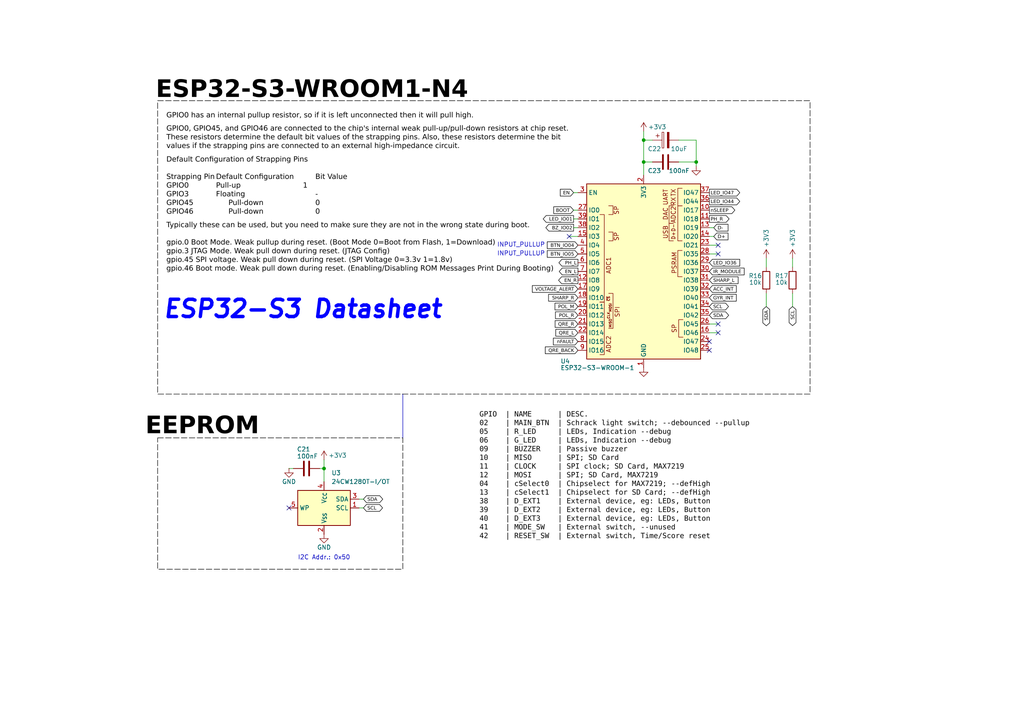
<source format=kicad_sch>
(kicad_sch (version 20250114) (generator "eeschema") (generator_version "9.0")
  (paper "A4")
  (title_block (title "SUMEC_MK_V") (date "2024-08-05") (rev "v.1.0.0") (company "SPS NA PROSEKU") (comment 1 "Made in Prague, Czech Republic") (comment 2 "CONTACT: Savva Popov, savva.popov.sp@gmail.com, +420 605 570 366") (comment 3 "Made by bismarx-v1") (comment 4 "SUMEC MK V aka SMD-V4 board"))
  (lib_symbols
    (symbol "Device:C" (pin_numbers (hide yes)) (pin_names (offset 0.254))
      (property "Reference" "C" (at 0.635 2.54 0))
      (property "Value" "C" (at 0.635 -2.54 0))
      (symbol "C_0_1"
        (polyline (pts (xy -2.032 0.762) (xy 2.032 0.762)) (stroke (width 0.508)))
        (polyline (pts (xy -2.032 -0.762) (xy 2.032 -0.762)) (stroke (width 0.508)))
      )
      (symbol "C_1_1"
        (pin passive line (at 0 3.81 270) (length 2.794) (name "~") (number "1"))
        (pin passive line (at 0 -3.81 90) (length 2.794) (name "~") (number "2"))
      )
    )
    (symbol "Device:C_Polarized" (pin_numbers (hide yes)) (pin_names (offset 0.254))
      (property "Reference" "C" (at 0.635 2.54 0))
      (property "Value" "C_Polarized" (at 0.635 -2.54 0))
      (symbol "C_Polarized_0_1"
        (rectangle (start -2.286 0.508) (end 2.286 1.016))
        (polyline (pts (xy -1.778 2.286) (xy -0.762 2.286)))
        (polyline (pts (xy -1.27 2.794) (xy -1.27 1.778)))
        (rectangle (start 2.286 -0.508) (end -2.286 -1.016) (fill (type outline)))
      )
      (symbol "C_Polarized_1_1"
        (pin passive line (at 0 3.81 270) (length 2.794) (name "~") (number "1"))
        (pin passive line (at 0 -3.81 90) (length 2.794) (name "~") (number "2"))
      )
    )
    (symbol "Device:R" (pin_numbers (hide yes)) (pin_names (offset 0))
      (property "Reference" "R" (at 2.032 0 90))
      (property "Value" "R" (at 0 0 90))
      (symbol "R_0_1"
        (rectangle (start -1.016 -2.54) (end 1.016 2.54) (stroke (width 0.254)))
      )
      (symbol "R_1_1"
        (pin passive line (at 0 3.81 270) (length 1.27) (name "~") (number "1"))
        (pin passive line (at 0 -3.81 90) (length 1.27) (name "~") (number "2"))
      )
    )
    (symbol "GND_1" (power) (pin_numbers (hide yes)) (pin_names (offset 0) (hide yes))
      (property "Value" "GND" (at 0 -3.81 0))
      (symbol "GND_1_0_1"
        (polyline (pts (xy 0 0) (xy 0 -1.27) (xy 1.27 -1.27) (xy 0 -2.54) (xy -1.27 -1.27) (xy 0 -1.27)))
      )
      (symbol "GND_1_1_1"
        (pin power_in line (at 0 0 270) (length 0) (name "~") (number "1"))
      )
    )
    (symbol "Memory_EEPROM:24AA02-OT"
      (property "Reference" "U" (at -7.62 6.35 0))
      (property "Value" "24AA02-OT" (at 2.54 -6.35 0))
      (symbol "24AA02-OT_1_1"
        (rectangle (start -7.62 5.08) (end 7.62 -5.08) (stroke (width 0.254)) (fill (type background)))
        (pin input line (at -10.16 0 0) (length 2.54) (name "WP") (number "5"))
        (pin power_in line (at 0 7.62 270) (length 2.54) (name "V_{CC}") (number "4"))
        (pin power_in line (at 0 -7.62 90) (length 2.54) (name "V_{SS}") (number "2"))
        (pin bidirectional line (at 10.16 2.54 180) (length 2.54) (name "SDA") (number "3"))
        (pin input line (at 10.16 0 180) (length 2.54) (name "SCL") (number "1"))
      )
    )
    (symbol "power:+3V3" (power) (pin_names (offset 0))
      (property "Value" "+3V3" (at 0 3.556 0))
      (symbol "+3V3_0_1"
        (polyline (pts (xy -0.762 1.27) (xy 0 2.54)))
        (polyline (pts (xy 0 2.54) (xy 0.762 1.27)))
        (polyline (pts (xy 0 0) (xy 0 2.54)))
      )
      (symbol "+3V3_1_1"
        (pin power_in line (at 0 0 90) (length 0) (hide yes) (name "+3V3") (number "1"))
      )
    )
    (symbol "power:GND" (power) (pin_names (offset 0))
      (property "Value" "GND" (at 0 -3.81 0))
      (symbol "GND_0_1"
        (polyline (pts (xy 0 0) (xy 0 -1.27) (xy 1.27 -1.27) (xy 0 -2.54) (xy -1.27 -1.27) (xy 0 -1.27)))
      )
      (symbol "GND_1_1"
        (pin power_in line (at 0 0 270) (length 0) (hide yes) (name "GND") (number "1"))
      )
    )
    (symbol "sumec_sch_lib:ESP32-S3-WROOM-1_CUSTOM_made_by_bismarx"
      (property "Reference" "U3" (at -26.162 -28.956 0))
      (property "Value" "ESP32-S3-WROOM-1" (at -26.162 -30.734 0))
      (symbol "ESP32-S3-WROOM-1_CUSTOM_made_by_bismarx_0_0"
        (rectangle (start -20.32 25.4) (end 12.7 -25.4) (stroke (width 0.254)) (fill (type background)))
        (text "PSRAM" (at 5.08 2.54 900) (effects (font (size 1.27 1.27))))
      )
      (symbol "ESP32-S3-WROOM-1_CUSTOM_made_by_bismarx_0_1"
        (polyline (pts (xy -16.51 16.51) (xy -15.24 16.51) (xy -15.24 -8.89) (xy -16.51 -8.89)))
        (polyline (pts (xy -16.51 -8.89) (xy -15.24 -8.89) (xy -15.24 -24.13) (xy -16.51 -24.13)))
        (polyline (pts (xy -13.97 16.51) (xy -12.7 16.51) (xy -12.7 19.05) (xy -13.97 19.05)))
        (polyline (pts (xy -13.97 8.89) (xy -12.7 8.89) (xy -12.7 11.43) (xy -13.97 11.43)))
        (polyline (pts (xy -13.97 -16.51) (xy -12.7 -16.51) (xy -12.7 -6.35) (xy -13.97 -6.35)))
        (polyline (pts (xy 4.826 13.97) (xy 3.556 13.97) (xy 3.556 19.05) (xy 4.826 19.05)))
        (polyline (pts (xy 4.826 8.89) (xy 3.556 8.89) (xy 3.556 13.97) (xy 4.826 13.97)))
        (polyline (pts (xy 7.366 19.05) (xy 6.096 19.05) (xy 6.096 24.13) (xy 7.366 24.13)))
        (polyline (pts (xy 7.366 8.89) (xy 6.096 8.89) (xy 6.096 19.05) (xy 7.366 19.05)))
        (polyline (pts (xy 7.366 -1.524) (xy 6.096 -1.524) (xy 6.096 6.096) (xy 7.366 6.096)))
        (polyline (pts (xy 7.62 -19.05) (xy 6.35 -19.05) (xy 6.35 -13.97) (xy 7.62 -13.97)))
      )
      (symbol "ESP32-S3-WROOM-1_CUSTOM_made_by_bismarx_1_0"
        (text "ADC1" (at -13.97 1.778 900) (effects (font (size 1.27 1.27))))
        (text "~{CS}" (at -13.97 -7.874 900) (effects (font (size 0.7 0.7))))
        (text "CLK" (at -13.97 -12.7 900) (effects (font (size 0.7 0.7))))
        (text "ADC2" (at -13.97 -21.082 900) (effects (font (size 1.27 1.27))))
        (text "MOSI" (at -13.462 -10.414 900) (effects (font (size 0.7 0.7))))
        (text "MISO" (at -13.462 -14.986 900) (effects (font (size 0.7 0.7))))
        (text "SP" (at -11.684 17.78 900) (effects (font (size 1.27 1.27))))
        (text "SP" (at -11.684 10.16 900) (effects (font (size 1.27 1.27))))
        (text "SPI" (at -11.43 -11.684 900) (effects (font (size 1.27 1.27))))
        (text "UART" (at 2.54 21.59 900) (effects (font (size 1.27 1.27))))
        (text "DAC" (at 2.54 16.764 900) (effects (font (size 1.27 1.27))))
        (text "USB" (at 2.54 11.43 900) (effects (font (size 1.27 1.27))))
        (text "ADC2" (at 4.826 16.51 900) (effects (font (size 1.27 1.27))))
        (text "D-" (at 4.826 12.7 900) (effects (font (size 1 1))))
        (text "D+" (at 4.826 10.414 900) (effects (font (size 1 1))))
        (text "SP" (at 5.08 -16.51 900) (effects (font (size 1.27 1.27))))
      )
      (symbol "ESP32-S3-WROOM-1_CUSTOM_made_by_bismarx_1_1"
        (text "TX\n" (at 4.826 22.86 900) (effects (font (size 1.27 1.27))))
        (text "RX" (at 4.826 20.32 900) (effects (font (size 1.27 1.27))))
        (pin input line (at -22.86 22.86 0) (length 2.54) (name "EN") (number "3"))
        (pin bidirectional line (at -22.86 17.78 0) (length 2.54) (name "IO0") (number "27"))
        (pin bidirectional line (at -22.86 15.24 0) (length 2.54) (name "IO1") (number "39"))
        (pin bidirectional line (at -22.86 12.7 0) (length 2.54) (name "IO2") (number "38"))
        (pin bidirectional line (at -22.86 10.16 0) (length 2.54) (name "IO3") (number "15"))
        (pin bidirectional line (at -22.86 7.62 0) (length 2.54) (name "IO4") (number "4"))
        (pin bidirectional line (at -22.86 5.08 0) (length 2.54) (name "IO5") (number "5"))
        (pin bidirectional line (at -22.86 2.54 0) (length 2.54) (name "IO6") (number "6"))
        (pin bidirectional line (at -22.86 0 0) (length 2.54) (name "IO7") (number "7"))
        (pin bidirectional line (at -22.86 -2.54 0) (length 2.54) (name "IO8") (number "12"))
        (pin bidirectional line (at -22.86 -5.08 0) (length 2.54) (name "IO9") (number "17"))
        (pin bidirectional line (at -22.86 -7.62 0) (length 2.54) (name "IO10") (number "18"))
        (pin bidirectional line (at -22.86 -10.16 0) (length 2.54) (name "IO11") (number "19"))
        (pin bidirectional line (at -22.86 -12.7 0) (length 2.54) (name "IO12") (number "20"))
        (pin bidirectional line (at -22.86 -15.24 0) (length 2.54) (name "IO13") (number "21"))
        (pin bidirectional line (at -22.86 -17.78 0) (length 2.54) (name "IO14") (number "22"))
        (pin bidirectional line (at -22.86 -20.32 0) (length 2.54) (name "IO15") (number "8"))
        (pin bidirectional line (at -22.86 -22.86 0) (length 2.54) (name "IO16") (number "9"))
        (pin power_in line (at -3.81 27.94 270) (length 2.54) (name "3V3") (number "2"))
        (pin power_in line (at -3.81 -27.94 90) (length 2.54) (name "GND") (number "1"))
        (pin passive line (at -3.81 -27.94 90) (length 2.54) (hide yes) (name "GND") (number "40"))
        (pin passive line (at -3.81 -27.94 90) (length 2.54) (hide yes) (name "GND") (number "41"))
        (pin bidirectional line (at 15.24 22.86 180) (length 2.54) (name "IO47") (number "37"))
        (pin bidirectional line (at 15.24 20.32 180) (length 2.54) (name "IO44") (number "36"))
        (pin bidirectional line (at 15.24 17.78 180) (length 2.54) (name "IO17") (number "10"))
        (pin bidirectional line (at 15.24 15.24 180) (length 2.54) (name "IO18") (number "11"))
        (pin bidirectional line (at 15.24 12.7 180) (length 2.54) (name "IO19") (number "13"))
        (pin bidirectional line (at 15.24 10.16 180) (length 2.54) (name "IO20") (number "14"))
        (pin bidirectional line (at 15.24 7.62 180) (length 2.54) (name "IO21") (number "23"))
        (pin bidirectional line (at 15.24 5.08 180) (length 2.54) (name "IO35") (number "28"))
        (pin bidirectional line (at 15.24 2.54 180) (length 2.54) (name "IO36") (number "29"))
        (pin bidirectional line (at 15.24 0 180) (length 2.54) (name "IO37") (number "30"))
        (pin bidirectional line (at 15.24 -2.54 180) (length 2.54) (name "IO38") (number "31"))
        (pin bidirectional line (at 15.24 -5.08 180) (length 2.54) (name "IO39") (number "32"))
        (pin bidirectional line (at 15.24 -7.62 180) (length 2.54) (name "IO40") (number "33"))
        (pin bidirectional line (at 15.24 -10.16 180) (length 2.54) (name "IO41") (number "34"))
        (pin bidirectional line (at 15.24 -12.7 180) (length 2.54) (name "IO42") (number "35"))
        (pin bidirectional line (at 15.24 -15.24 180) (length 2.54) (name "IO45") (number "26"))
        (pin bidirectional line (at 15.24 -17.78 180) (length 2.54) (name "IO46") (number "16"))
        (pin bidirectional line (at 15.24 -20.32 180) (length 2.54) (name "IO47") (number "24"))
        (pin bidirectional line (at 15.24 -22.86 180) (length 2.54) (name "IO48") (number "25"))
      )
    )
  )
  (rectangle (start 45.72 29.21) (end 234.95 114.3) (stroke (width 0) (type dash) (color 0 0 0 1)))
  (rectangle (start 45.72 127) (end 116.84 165.1) (stroke (width 0) (type dash) (color 0 0 0 1)))
  (text "Typically these can be used, but you need to make sure they are not in the wrong state during boot.\n\ngpio.0 Boot Mode. Weak pullup during reset. (Boot Mode 0=Boot from Flash, 1=Download)\ngpio.3 JTAG Mode. Weak pull down during reset. (JTAG Config)\ngpio.45 SPI voltage. Weak pull down during reset. (SPI Voltage 0=3.3v 1=1.8v)\ngpio.46 Boot mode. Weak pull down during reset. (Enabling/Disabling ROM Messages Print During Booting)" (at 48.26 79.375 0) (effects (font (size 1.5 1.5)) (justify left bottom)))
  (text "GPIO0 has an internal pullup resistor, so if it is left unconnected then it will pull high." (at 48.26 34.925 0) (effects (font (size 1.5 1.5)) (justify left bottom)))
  (text "GPIO  | NAME      | DESC. \n02    | MAIN_BTN  | Schrack light switch; --debounced --pullup \n05    | R_LED     | LEDs, Indication --debug\n06    | G_LED     | LEDs, Indication --debug\n09    | BUZZER    | Passive buzzer\n10    | MISO      | SPI; SD Card\n11    | CLOCK     | SPI clock; SD Card, MAX7219\n12    | MOSI      | SPI; SD Card, MAX7219\n04    | cSelect0  | Chipselect for MAX7219; --defHigh\n13    | cSelect1  | Chipselect for SD Card; --defHigh\n38    | D_EXT1    | External device, eg: LEDs, Button\n39    | D_EXT2    | External device, eg: LEDs, Button\n40    | D_EXT3    | External device, eg: LEDs, Button\n41    | MODE_SW   | External switch, --unused\n42    | RESET_SW  | External switch, Time/Score reset\n\n" (at 139.065 139.7 0) (effects (font (size 1.5 1.5)) (justify left)))
  (text "ESP32-S3-WROOM1-N4" (at 45.212 30.48 0) (effects (font (size 5 5) (bold yes)) (justify left bottom)))
  (text "I2C Addr.: 0x50" (at 86.36 162.56 0) (effects (font (size 1.27 1.27)) (justify left bottom)))
  (text "GPIO0, GPIO45, and GPIO46 are connected to the chip's internal weak pull-up/pull-down resistors at chip reset.\nThese resistors determine the default bit values of the strapping pins. Also, these resistors determine the bit\nvalues if the strapping pins are connected to an external high-impedance circuit." (at 48.26 43.815 0) (effects (font (size 1.5 1.5)) (justify left bottom)))
  (text "ESP32-S3 Datasheet" (at 46.99 92.71 0) (effects (font (size 5 5) (thickness 1) (bold yes) (italic yes)) (justify left bottom)))
  (text "INPUT_PULLUP" (at 151.13 71.12 0) (effects (font (size 1.27 1.27))))
  (text "EEPROM" (at 58.674 128.016 0) (effects (font (size 5 5) (bold yes)) (justify bottom)))
  (text "Default Configuration of Strapping Pins\n\nStrapping Pin	Default Configuration		Bit Value\nGPIO0 			Pull-up						1\nGPIO3			Floating						-\nGPIO45			Pull-down					0\nGPIO46			Pull-down					0" (at 48.26 62.865 0) (effects (font (size 1.5 1.5)) (justify left bottom)))
  (text "INPUT_PULLUP" (at 151.13 73.66 0) (effects (font (size 1.27 1.27))))
  (junction (at 186.69 40.64))
  (junction (at 186.69 46.99))
  (junction (at 201.93 46.99))
  (junction (at 93.98 135.89))
  (no_connect (at 83.82 147.32))
  (no_connect (at 165.1 68.58))
  (no_connect (at 205.74 99.06))
  (no_connect (at 208.28 93.98))
  (no_connect (at 205.74 101.6))
  (no_connect (at 208.28 71.12))
  (no_connect (at 208.28 73.66))
  (no_connect (at 208.28 96.52))
  (wire (pts (xy 201.93 40.64) (xy 201.93 46.99)))
  (polyline (pts (xy 116.84 127) (xy 116.84 114.3)))
  (wire (pts (xy 83.82 135.89) (xy 85.09 135.89)))
  (wire (pts (xy 222.25 74.93) (xy 222.25 77.47)))
  (wire (pts (xy 186.69 46.99) (xy 186.69 50.8)))
  (wire (pts (xy 207.01 68.58) (xy 205.74 68.58)))
  (wire (pts (xy 222.25 88.9) (xy 222.25 85.09)))
  (wire (pts (xy 208.28 73.66) (xy 205.74 73.66)))
  (wire (pts (xy 186.69 40.64) (xy 186.69 46.99)))
  (wire (pts (xy 166.37 63.5) (xy 167.64 63.5)))
  (wire (pts (xy 105.41 144.78) (xy 104.14 144.78)))
  (wire (pts (xy 166.37 55.88) (xy 167.64 55.88)))
  (wire (pts (xy 93.98 133.35) (xy 93.98 135.89)))
  (wire (pts (xy 186.69 40.64) (xy 189.23 40.64)))
  (wire (pts (xy 208.28 96.52) (xy 205.74 96.52)))
  (wire (pts (xy 92.71 135.89) (xy 93.98 135.89)))
  (wire (pts (xy 208.28 71.12) (xy 205.74 71.12)))
  (wire (pts (xy 93.98 135.89) (xy 93.98 139.7)))
  (wire (pts (xy 229.87 74.93) (xy 229.87 77.47)))
  (wire (pts (xy 229.87 88.9) (xy 229.87 85.09)))
  (wire (pts (xy 207.01 66.04) (xy 205.74 66.04)))
  (wire (pts (xy 105.41 147.32) (xy 104.14 147.32)))
  (wire (pts (xy 166.37 66.04) (xy 167.64 66.04)))
  (wire (pts (xy 186.69 38.1) (xy 186.69 40.64)))
  (wire (pts (xy 189.23 46.99) (xy 186.69 46.99)))
  (wire (pts (xy 166.37 60.96) (xy 167.64 60.96)))
  (wire (pts (xy 201.93 46.99) (xy 201.93 48.26)))
  (wire (pts (xy 196.85 46.99) (xy 201.93 46.99)))
  (wire (pts (xy 165.1 68.58) (xy 167.64 68.58)))
  (wire (pts (xy 208.28 93.98) (xy 205.74 93.98)))
  (wire (pts (xy 196.85 40.64) (xy 201.93 40.64)))
  (global_label "SHARP_L" (shape input) (at 205.74 81.28 0) (effects (font (size 1 1))) (property "Intersheetrefs" "${INTERSHEET_REFS}" (effects (hide yes))))
  (global_label "BTN_IO05" (shape input) (at 167.64 73.66 180) (effects (font (size 1 1))) (property "Intersheetrefs" "${INTERSHEET_REFS}" (effects (hide yes))))
  (global_label "POL_R" (shape input) (at 167.64 91.44 180) (effects (font (size 1 1))) (property "Intersheetrefs" "${INTERSHEET_REFS}" (effects (hide yes))))
  (global_label "SDA" (shape bidirectional) (at 105.41 144.78 0) (effects (font (size 1 1))) (property "Intersheetrefs" "${INTERSHEET_REFS}" (effects (hide yes))))
  (global_label "nFAULT" (shape input) (at 167.64 99.06 180) (effects (font (size 1 1))) (property "Intersheetrefs" "${INTERSHEET_REFS}" (effects (hide yes))))
  (global_label "GYR_INT" (shape input) (at 205.74 86.36 0) (effects (font (size 1 1))) (property "Intersheetrefs" "${INTERSHEET_REFS}" (effects (hide yes))))
  (global_label "POL_M" (shape input) (at 167.64 88.9 180) (effects (font (size 1 1))) (property "Intersheetrefs" "${INTERSHEET_REFS}" (effects (hide yes))))
  (global_label "EN_L" (shape output) (at 167.64 78.74 180) (effects (font (size 1 1))) (property "Intersheetrefs" "${INTERSHEET_REFS}" (effects (hide yes))))
  (global_label "BZ_IO02" (shape output) (at 166.37 66.04 180) (effects (font (size 1 1))) (property "Intersheetrefs" "${INTERSHEET_REFS}" (effects (hide yes))))
  (global_label "EN" (shape input) (at 166.37 55.88 180) (effects (font (size 1 1))) (property "Intersheetrefs" "${INTERSHEET_REFS}" (effects (hide yes))))
  (global_label "D+" (shape input) (at 207.01 68.58 0) (effects (font (size 1 1))) (property "Intersheetrefs" "${INTERSHEET_REFS}" (effects (hide yes))))
  (global_label "QRE_BACK" (shape input) (at 167.64 101.6 180) (effects (font (size 1 1))) (property "Intersheetrefs" "${INTERSHEET_REFS}" (effects (hide yes))))
  (global_label "LED_IO44" (shape output) (at 205.74 58.42 0) (effects (font (size 1 1))) (property "Intersheetrefs" "${INTERSHEET_REFS}" (effects (hide yes))))
  (global_label "SCL" (shape bidirectional) (at 105.41 147.32 0) (effects (font (size 1 1))) (property "Intersheetrefs" "${INTERSHEET_REFS}" (effects (hide yes))))
  (global_label "ACC_INT" (shape input) (at 205.74 83.82 0) (effects (font (size 1 1))) (property "Intersheetrefs" "${INTERSHEET_REFS}" (effects (hide yes))))
  (global_label "nSLEEP" (shape output) (at 205.74 60.96 0) (effects (font (size 1 1))) (property "Intersheetrefs" "${INTERSHEET_REFS}" (effects (hide yes))))
  (global_label "BOOT" (shape input) (at 166.37 60.96 180) (effects (font (size 1 1))) (property "Intersheetrefs" "${INTERSHEET_REFS}" (effects (hide yes))))
  (global_label "IR_MODULE" (shape input) (at 205.74 78.74 0) (effects (font (size 1 1))) (property "Intersheetrefs" "${INTERSHEET_REFS}" (effects (hide yes))))
  (global_label "PH_L" (shape output) (at 167.64 76.2 180) (effects (font (size 1 1))) (property "Intersheetrefs" "${INTERSHEET_REFS}" (effects (hide yes))))
  (global_label "QRE_R" (shape input) (at 167.64 93.98 180) (effects (font (size 1 1))) (property "Intersheetrefs" "${INTERSHEET_REFS}" (effects (hide yes))))
  (global_label "BTN_IO04" (shape input) (at 167.64 71.12 180) (effects (font (size 1 1))) (property "Intersheetrefs" "${INTERSHEET_REFS}" (effects (hide yes))))
  (global_label "SDA" (shape bidirectional) (at 205.74 91.44 0) (effects (font (size 1 1))) (property "Intersheetrefs" "${INTERSHEET_REFS}" (effects (hide yes))))
  (global_label "SHARP_R" (shape input) (at 167.64 86.36 180) (effects (font (size 1 1))) (property "Intersheetrefs" "${INTERSHEET_REFS}" (effects (hide yes))))
  (global_label "LED_IO47" (shape output) (at 205.74 55.88 0) (effects (font (size 1 1))) (property "Intersheetrefs" "${INTERSHEET_REFS}" (effects (hide yes))))
  (global_label "PH_R" (shape output) (at 205.74 63.5 0) (effects (font (size 1 1))) (property "Intersheetrefs" "${INTERSHEET_REFS}" (effects (hide yes))))
  (global_label "LED_IO01" (shape output) (at 166.37 63.5 180) (effects (font (size 1 1))) (property "Intersheetrefs" "${INTERSHEET_REFS}" (effects (hide yes))))
  (global_label "SCL" (shape bidirectional) (at 229.87 88.9 270) (effects (font (size 1 1))) (property "Intersheetrefs" "${INTERSHEET_REFS}" (effects (hide yes))))
  (global_label "EN_R" (shape output) (at 167.64 81.28 180) (effects (font (size 1 1))) (property "Intersheetrefs" "${INTERSHEET_REFS}" (effects (hide yes))))
  (global_label "D-" (shape input) (at 207.01 66.04 0) (effects (font (size 1 1))) (property "Intersheetrefs" "${INTERSHEET_REFS}" (effects (hide yes))))
  (global_label "QRE_L" (shape input) (at 167.64 96.52 180) (effects (font (size 1 1))) (property "Intersheetrefs" "${INTERSHEET_REFS}" (effects (hide yes))))
  (global_label "LED_IO36" (shape input) (at 205.74 76.2 0) (effects (font (size 1 1))) (property "Intersheetrefs" "${INTERSHEET_REFS}" (effects (hide yes))))
  (global_label "SCL" (shape bidirectional) (at 205.74 88.9 0) (effects (font (size 1 1))) (property "Intersheetrefs" "${INTERSHEET_REFS}" (effects (hide yes))))
  (global_label "VOLTAGE_ALERT" (shape input) (at 167.64 83.82 180) (effects (font (size 1 1))) (property "Intersheetrefs" "${INTERSHEET_REFS}" (effects (hide yes))))
  (global_label "SDA" (shape bidirectional) (at 222.25 88.9 270) (effects (font (size 1 1))) (property "Intersheetrefs" "${INTERSHEET_REFS}" (effects (hide yes))))
  (symbol (lib_name "GND_1") (lib_id "power:GND") (at 83.82 135.89 0) (unit 1)
    (property "Reference" "#PWR052" (effects (hide yes)))
    (property "Value" "GND" (at 83.82 139.7 0))
    (property "Description" "Power symbol creates a global label with name \"GND\" , ground" (effects (hide yes)))
  )
  (symbol (lib_id "sumec_sch_lib:ESP32-S3-WROOM-1_CUSTOM_made_by_bismarx") (at 190.5 78.74 0) (unit 1)
    (property "Reference" "U4" (at 162.56 104.775 0) (effects (justify left)))
    (property "Value" "ESP32-S3-WROOM-1" (at 162.56 106.68 0) (effects (justify left)))
    (property "Footprint" "PCM_Espressif:ESP32-S3-WROOM-1" (effects (hide yes)))
    (property "Datasheet" "https://www.espressif.com/sites/default/files/documentation/esp32-s3-wroom-1_wroom-1u_datasheet_en.pdf" (effects (hide yes)))
    (property "Description" "RF Module, ESP32-S3 SoC, Wi-Fi 802.11b/g/n, Bluetooth, BLE, 32-bit, 3.3V, onboard antenna, SMD" (effects (hide yes)))
  )
  (symbol (lib_id "Memory_EEPROM:24AA02-OT") (at 93.98 147.32 0) (unit 1)
    (property "Reference" "U3" (at 96.1233 137.16 0) (effects (justify left)))
    (property "Value" "24CW1280T-I/OT" (at 96.1233 139.7 0) (effects (justify left)))
    (property "Footprint" "Package_TO_SOT_SMD:SOT-23-5" (effects (hide yes)))
    (property "Datasheet" "https://cz.mouser.com/ProductDetail/Microchip-Technology/24CW1280T-I-OT?qs=qSfuJ%2Bfl%2Fd6lIWZGGRvkYA%3D%3D&srsltid=AfmBOopEyBEM8kXNtGpJf08nyoKZxPpbOdyFuOdmG2mnxvdzQvTssOs6" (effects (hide yes)))
    (property "Description" "I2C Serial EEPROM, 128Kb, SOT-23" (effects (hide yes)))
  )
  (symbol (lib_id "power:+3V3") (at 229.87 74.93 0) (unit 1)
    (property "Reference" "#PWR059" (effects (hide yes)))
    (property "Value" "+3V3" (at 229.87 71.755 90) (effects (justify left)))
  )
  (symbol (lib_id "power:+3V3") (at 222.25 74.93 0) (unit 1)
    (property "Reference" "#PWR058" (effects (hide yes)))
    (property "Value" "+3V3" (at 222.25 71.755 90) (effects (justify left)))
  )
  (symbol (lib_id "Device:R") (at 222.25 81.28 180) (unit 1)
    (property "Reference" "R16" (at 219.075 80.01 0))
    (property "Value" "10k" (at 219.075 81.915 0))
    (property "Footprint" "Resistor_SMD:R_0805_2012Metric_Pad1.20x1.40mm_HandSolder" (effects (hide yes)))
  )
  (symbol (lib_id "Device:C") (at 88.9 135.89 270) (mirror x) (unit 1)
    (property "Reference" "C21" (at 86.106 130.302 90) (effects (justify left)))
    (property "Value" "100nF" (at 86.106 132.334 90) (effects (justify left)))
    (property "Footprint" "Capacitor_SMD:C_0805_2012Metric_Pad1.18x1.45mm_HandSolder" (effects (hide yes)))
  )
  (symbol (lib_id "power:GND") (at 186.69 106.68 0) (unit 1)
    (property "Reference" "#PWR056" (effects (hide yes)))
    (property "Value" "GND" (effects (hide yes)))
  )
  (symbol (lib_id "Device:C_Polarized") (at 193.04 40.64 90) (mirror x) (unit 1)
    (property "Reference" "C22" (at 191.77 43.18 90) (effects (justify left)))
    (property "Value" "10uF" (at 199.39 43.18 90) (effects (justify left)))
    (property "Footprint" "Capacitor_Tantalum_SMD:CP_EIA-3216-18_Kemet-A_Pad1.58x1.35mm_HandSolder" (effects (hide yes)))
  )
  (symbol (lib_id "power:+3V3") (at 186.69 38.1 0) (unit 1)
    (property "Reference" "#PWR055" (effects (hide yes)))
    (property "Value" "+3V3" (at 187.96 36.83 0) (effects (justify left)))
  )
  (symbol (lib_id "Device:R") (at 229.87 81.28 180) (unit 1)
    (property "Reference" "R17" (at 226.695 80.01 0))
    (property "Value" "10k" (at 226.695 81.915 0))
    (property "Footprint" "Resistor_SMD:R_0805_2012Metric_Pad1.20x1.40mm_HandSolder" (effects (hide yes)))
  )
  (symbol (lib_name "GND_1") (lib_id "power:GND") (at 93.98 154.94 0) (unit 1)
    (property "Reference" "#PWR054" (effects (hide yes)))
    (property "Value" "GND" (at 93.98 158.75 0))
    (property "Description" "Power symbol creates a global label with name \"GND\" , ground" (effects (hide yes)))
  )
  (symbol (lib_id "power:+3V3") (at 93.98 133.35 0) (unit 1)
    (property "Reference" "#PWR053" (effects (hide yes)))
    (property "Value" "+3V3" (at 95.25 132.08 0) (effects (justify left)))
  )
  (symbol (lib_name "GND_1") (lib_id "power:GND") (at 201.93 48.26 0) (unit 1)
    (property "Reference" "#PWR057" (effects (hide yes)))
    (property "Value" "GND" (effects (hide yes)))
    (property "Description" "Power symbol creates a global label with name \"GND\" , ground" (effects (hide yes)))
  )
  (symbol (lib_id "Device:C") (at 193.04 46.99 90) (mirror x) (unit 1)
    (property "Reference" "C23" (at 191.77 49.53 90) (effects (justify left)))
    (property "Value" "100nF" (at 200.025 49.53 90) (effects (justify left)))
    (property "Footprint" "Capacitor_SMD:C_0805_2012Metric_Pad1.18x1.45mm_HandSolder" (effects (hide yes)))
  )
)
</source>
